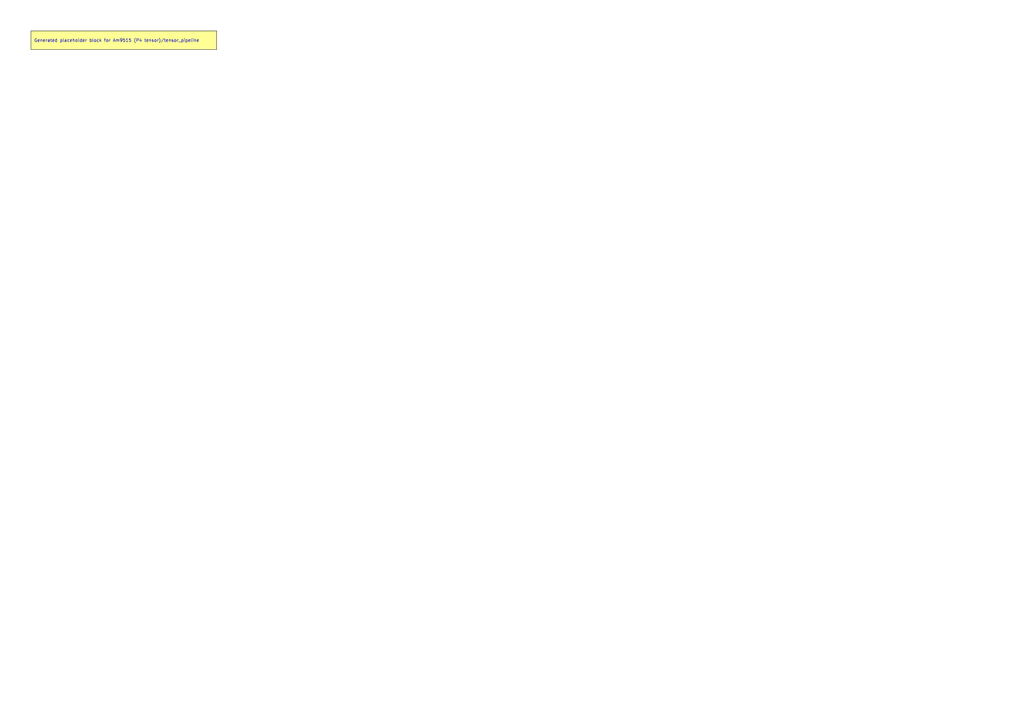
<source format=kicad_sch>
(kicad_sch
	(version 20250114)
	(generator "kicadgen")
	(generator_version "0.2")
	(uuid "e1facb47-0426-5b6f-a19f-4aaa152f4ade")
	(paper "A3")
	(title_block
		(title "Am9515 (P4 tensor)::tensor_pipeline")
		(company "Project Carbon")
		(comment 1 "Generated - do not edit in generated/")
		(comment 2 "Edit in schem/kicad9/manual/ or refine mapping specs")
	)
	(lib_symbols)
	(text_box
		"Generated placeholder block for Am9515 (P4 tensor)/tensor_pipeline"
		(exclude_from_sim no)
		(at
			12.7
			12.7
			0
		)
		(size 76.2 7.62)
		(margins
			1.27
			1.27
			1.27
			1.27
		)
		(stroke
			(width 0)
			(type default)
			(color
				0
				0
				0
				1
			)
		)
		(fill
			(type color)
			(color
				255
				255
				150
				1
			)
		)
		(effects
			(font
				(size 1.27 1.27)
			)
			(justify left)
		)
		(uuid "fcf994fe-0ff9-53d0-8463-d1649fba940f")
	)
	(sheet_instances
		(path
			"/"
			(page "1")
		)
	)
	(embedded_fonts no)
)

</source>
